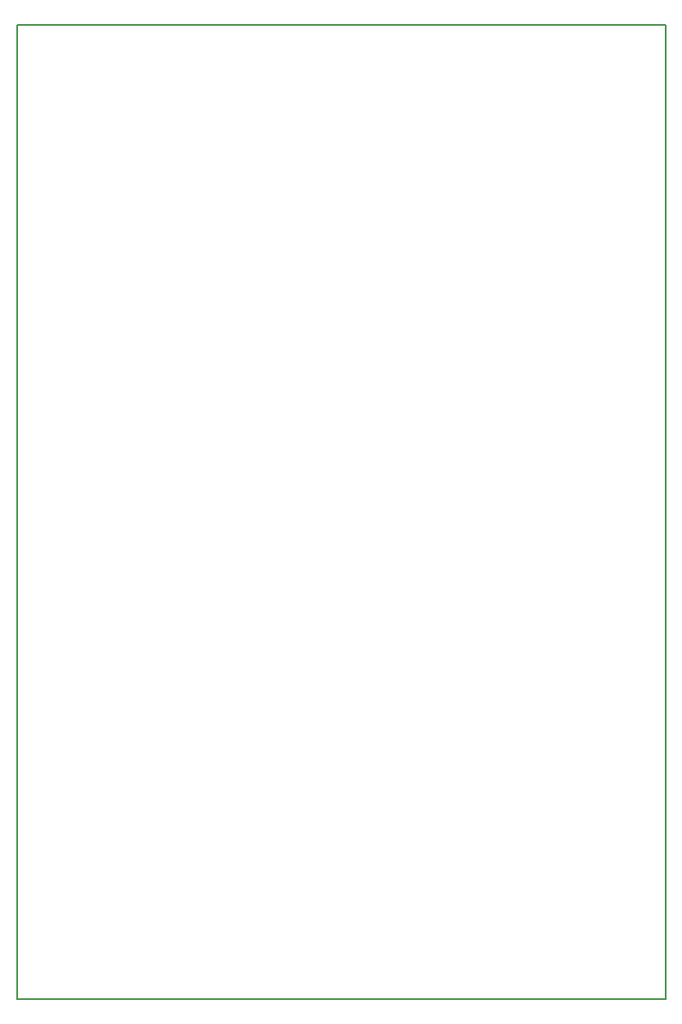
<source format=gbr>
G04 #@! TF.FileFunction,Profile,NP*
%FSLAX46Y46*%
G04 Gerber Fmt 4.6, Leading zero omitted, Abs format (unit mm)*
G04 Created by KiCad (PCBNEW 4.0.2-1.fc23-product) date pią, 26 sie 2016, 23:23:19*
%MOMM*%
G01*
G04 APERTURE LIST*
%ADD10C,0.100000*%
%ADD11C,0.150000*%
G04 APERTURE END LIST*
D10*
D11*
X107315000Y-36004500D02*
X107315000Y-132016500D01*
X171323000Y-36004500D02*
X107315000Y-36004500D01*
X171323000Y-132016500D02*
X171323000Y-36004500D01*
X107315000Y-132016500D02*
X171323000Y-132016500D01*
M02*

</source>
